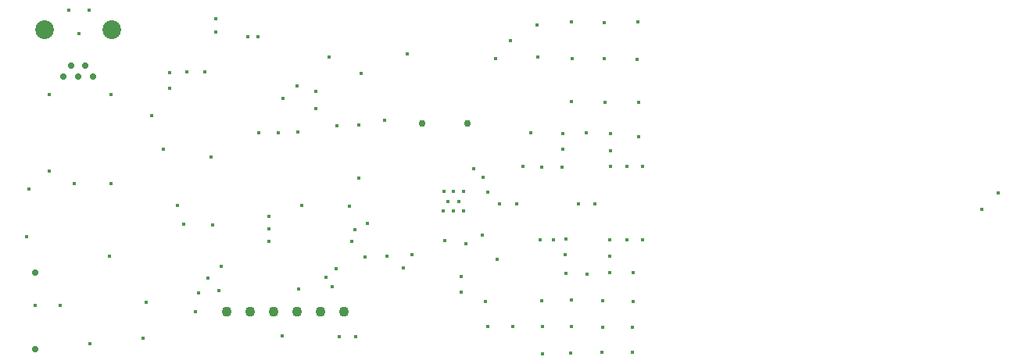
<source format=gbr>
%TF.GenerationSoftware,Altium Limited,Altium Designer,23.9.2 (47)*%
G04 Layer_Color=0*
%FSLAX45Y45*%
%MOMM*%
%TF.SameCoordinates,CBF7E160-FA54-4A09-933F-9C1B5268631E*%
%TF.FilePolarity,Positive*%
%TF.FileFunction,Plated,1,2,PTH,Drill*%
%TF.Part,Single*%
G01*
G75*
%TA.AperFunction,ComponentDrill*%
%ADD88C,0.70000*%
%ADD89C,2.02000*%
%ADD90C,0.76200*%
%ADD91C,1.10000*%
%ADD92C,0.73000*%
%TA.AperFunction,ViaDrill,NotFilled*%
%ADD93C,0.40000*%
D88*
X7070000Y8460500D02*
D03*
X6989999Y8580500D02*
D03*
X6910000Y8460500D02*
D03*
X6830000Y8580500D02*
D03*
X6749999Y8460500D02*
D03*
D89*
X7275000Y8965500D02*
D03*
X6545000D02*
D03*
D90*
X10637000Y7954000D02*
D03*
X11125000D02*
D03*
D91*
X9786000Y5906000D02*
D03*
X9532000D02*
D03*
X9278000D02*
D03*
X9024000D02*
D03*
X8770000D02*
D03*
X8516000D02*
D03*
D92*
X6442000Y6334600D02*
D03*
Y5505400D02*
D03*
D93*
X11664000Y7078000D02*
D03*
X6596000Y7431000D02*
D03*
X7708000Y8039000D02*
D03*
X7270000Y7302000D02*
D03*
X7837000Y7669000D02*
D03*
X7248000Y6515000D02*
D03*
X6871000Y7301000D02*
D03*
X7263000Y8264000D02*
D03*
X7644000Y6011000D02*
D03*
X6916000Y8928000D02*
D03*
X7033000Y9177000D02*
D03*
X6808000Y9180000D02*
D03*
X12509500Y7078500D02*
D03*
X12329500Y7077000D02*
D03*
X6597575Y8265426D02*
D03*
X8353000Y7587000D02*
D03*
X8399000Y8940000D02*
D03*
X8860000Y8890000D02*
D03*
X8747000D02*
D03*
X10870000Y7214000D02*
D03*
X11085000D02*
D03*
X11032000Y7103000D02*
D03*
X10913000D02*
D03*
X11088000Y7003000D02*
D03*
X10974000Y7000000D02*
D03*
X10861000Y7001000D02*
D03*
X7982000Y7063000D02*
D03*
X10475000Y8705000D02*
D03*
X9626000Y8669000D02*
D03*
X8400000Y9083000D02*
D03*
X8286000Y8509000D02*
D03*
X8085000Y8506000D02*
D03*
X11323000Y6022000D02*
D03*
X11616000Y5751000D02*
D03*
X11912000Y6689000D02*
D03*
X12057000Y6692000D02*
D03*
X12196000Y6695000D02*
D03*
X12186000Y6527000D02*
D03*
X12419000Y6320000D02*
D03*
X12669000Y6334000D02*
D03*
Y6509000D02*
D03*
X12667000Y6690000D02*
D03*
X12853999Y6689000D02*
D03*
X13020000Y6690000D02*
D03*
X13027000Y7484000D02*
D03*
X12853999Y7485000D02*
D03*
X12677000Y7482000D02*
D03*
Y7652000D02*
D03*
X12680000Y7844000D02*
D03*
X12410000Y7845000D02*
D03*
X12156000Y7844000D02*
D03*
Y7669000D02*
D03*
X12148000Y7480000D02*
D03*
X11928000D02*
D03*
X11731000Y7485000D02*
D03*
X11198000Y7459000D02*
D03*
X16695000Y7016000D02*
D03*
X16875000Y7196000D02*
D03*
X10253000Y6511000D02*
D03*
X12917000Y5468000D02*
D03*
X12248000Y5460000D02*
D03*
X11940000Y5457000D02*
D03*
X12917000Y5745000D02*
D03*
X12921001Y6019000D02*
D03*
X12925000Y6334000D02*
D03*
X12975000Y9054000D02*
D03*
X12967000Y8647000D02*
D03*
X12978999Y8179000D02*
D03*
Y7805000D02*
D03*
X12584000Y5468000D02*
D03*
X12590000Y5745000D02*
D03*
X12594000Y6030000D02*
D03*
X12609000Y9047000D02*
D03*
X12605000Y8651000D02*
D03*
X12613000Y8176000D02*
D03*
X12190000Y6324000D02*
D03*
X12255000Y6034000D02*
D03*
X11932000Y6030000D02*
D03*
X12252000Y5749000D02*
D03*
X11940000D02*
D03*
X12256000Y8184000D02*
D03*
X12260000Y8655000D02*
D03*
X12256000Y9052000D02*
D03*
X11890000Y8672000D02*
D03*
X11883000Y9016000D02*
D03*
X11284000Y6740000D02*
D03*
X11113000Y6649000D02*
D03*
X10978000Y7212000D02*
D03*
X8862000Y7851000D02*
D03*
X9074000Y7850000D02*
D03*
X9289000Y7857000D02*
D03*
X9484000Y8108000D02*
D03*
Y8297000D02*
D03*
X11594000Y8851000D02*
D03*
X11812000Y7853000D02*
D03*
X11350000Y5746000D02*
D03*
X11058000Y6121000D02*
D03*
X11055000Y6292000D02*
D03*
X10527000Y6525000D02*
D03*
X10430000Y6388000D02*
D03*
X9919000Y5639000D02*
D03*
X9738000D02*
D03*
X9123000Y5649000D02*
D03*
X9300000Y6154000D02*
D03*
X8459000Y6404000D02*
D03*
X8438000Y6137000D02*
D03*
X8315000Y6277000D02*
D03*
X8211000Y6117000D02*
D03*
X7616000Y5620000D02*
D03*
X7034000Y5563000D02*
D03*
X6713000Y5978000D02*
D03*
X6445000Y5980000D02*
D03*
X6380000Y7236000D02*
D03*
X7897000Y8503000D02*
D03*
X9280000Y8353000D02*
D03*
X9132000Y8218000D02*
D03*
X9710000Y7926000D02*
D03*
X11472600Y7082000D02*
D03*
X11450000Y6479000D02*
D03*
X11343000Y7205400D02*
D03*
X10878000Y6684000D02*
D03*
X6348000Y6723000D02*
D03*
X8182000Y5914000D02*
D03*
X8365000Y6847000D02*
D03*
X9978000Y8494000D02*
D03*
X11433000Y8653000D02*
D03*
X7903000Y8329000D02*
D03*
X9333000Y7060000D02*
D03*
X10014000Y6507000D02*
D03*
X9594000Y6283000D02*
D03*
X11300000Y7364000D02*
D03*
X8973000Y6670000D02*
D03*
X8975000Y6804000D02*
D03*
Y6941000D02*
D03*
X9665000Y6181000D02*
D03*
X9706000Y6377000D02*
D03*
X10229000Y7988000D02*
D03*
X9948000Y7933000D02*
D03*
X10040000Y6866000D02*
D03*
X9876000Y6675000D02*
D03*
X9909000Y6803000D02*
D03*
X9952000Y7357000D02*
D03*
X9847000Y7053000D02*
D03*
X8054000Y6857000D02*
D03*
%TF.MD5,0e6b3b54d0bcddac5cb162cd1246314b*%
M02*

</source>
